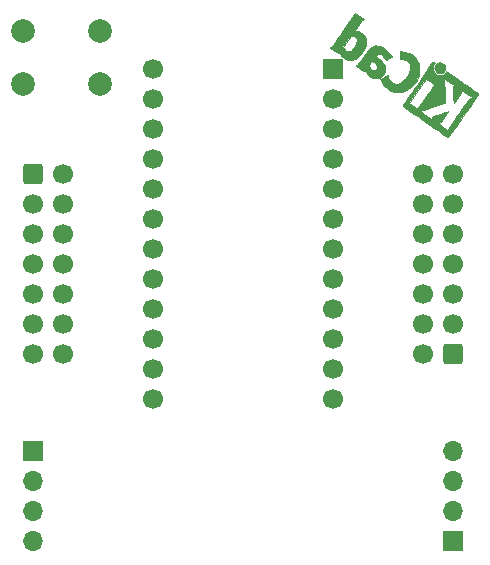
<source format=gbs>
%TF.GenerationSoftware,KiCad,Pcbnew,(6.0.6-1)-1*%
%TF.CreationDate,2022-07-19T11:26:52+08:00*%
%TF.ProjectId,Control,436f6e74-726f-46c2-9e6b-696361645f70,V3.2.2*%
%TF.SameCoordinates,PX7df6180PY32de760*%
%TF.FileFunction,Soldermask,Bot*%
%TF.FilePolarity,Negative*%
%FSLAX46Y46*%
G04 Gerber Fmt 4.6, Leading zero omitted, Abs format (unit mm)*
G04 Created by KiCad (PCBNEW (6.0.6-1)-1) date 2022-07-19 11:26:52*
%MOMM*%
%LPD*%
G01*
G04 APERTURE LIST*
G04 Aperture macros list*
%AMRoundRect*
0 Rectangle with rounded corners*
0 $1 Rounding radius*
0 $2 $3 $4 $5 $6 $7 $8 $9 X,Y pos of 4 corners*
0 Add a 4 corners polygon primitive as box body*
4,1,4,$2,$3,$4,$5,$6,$7,$8,$9,$2,$3,0*
0 Add four circle primitives for the rounded corners*
1,1,$1+$1,$2,$3*
1,1,$1+$1,$4,$5*
1,1,$1+$1,$6,$7*
1,1,$1+$1,$8,$9*
0 Add four rect primitives between the rounded corners*
20,1,$1+$1,$2,$3,$4,$5,0*
20,1,$1+$1,$4,$5,$6,$7,0*
20,1,$1+$1,$6,$7,$8,$9,0*
20,1,$1+$1,$8,$9,$2,$3,0*%
G04 Aperture macros list end*
%ADD10C,0.010000*%
%ADD11RoundRect,0.250000X-0.600000X-0.600000X0.600000X-0.600000X0.600000X0.600000X-0.600000X0.600000X0*%
%ADD12C,1.700000*%
%ADD13RoundRect,0.250000X0.600000X0.600000X-0.600000X0.600000X-0.600000X-0.600000X0.600000X-0.600000X0*%
%ADD14C,2.000000*%
%ADD15R,1.700000X1.700000*%
%ADD16O,1.700000X1.700000*%
G04 APERTURE END LIST*
%TO.C,REF\u002A\u002A*%
G36*
X19543760Y-432368D02*
G01*
X19523914Y-459850D01*
X19478015Y-519073D01*
X19436106Y-565659D01*
X19393547Y-604934D01*
X19284874Y-682770D01*
X19167605Y-740562D01*
X19044073Y-777227D01*
X18915495Y-792616D01*
X18783088Y-786589D01*
X18648070Y-759000D01*
X18511656Y-709703D01*
X18478702Y-693603D01*
X18410574Y-653178D01*
X18338041Y-602796D01*
X18267369Y-547223D01*
X18204822Y-491228D01*
X18156667Y-439579D01*
X18103179Y-365223D01*
X18044523Y-257385D01*
X18003520Y-146255D01*
X17981904Y-68876D01*
X17924131Y-145698D01*
X17866357Y-222520D01*
X17519943Y20041D01*
X17511011Y26300D01*
X17433787Y80746D01*
X17363184Y131115D01*
X17301192Y175945D01*
X17249801Y213772D01*
X17210999Y243132D01*
X17186780Y262564D01*
X17179131Y270604D01*
X17179412Y270968D01*
X17194097Y279672D01*
X17220156Y289307D01*
X17226794Y291291D01*
X17243888Y296451D01*
X17259396Y301976D01*
X17274368Y309149D01*
X17289859Y319258D01*
X17306921Y333585D01*
X17308640Y335317D01*
X18313157Y335317D01*
X18317335Y263404D01*
X18319028Y243615D01*
X18332927Y181839D01*
X18362059Y117702D01*
X18367807Y107357D01*
X18389882Y71274D01*
X18412736Y42864D01*
X18442420Y15467D01*
X18484984Y-17575D01*
X18499584Y-28293D01*
X18562949Y-69190D01*
X18619534Y-94260D01*
X18674845Y-105420D01*
X18734380Y-104593D01*
X18741054Y-103879D01*
X18812670Y-86103D01*
X18872369Y-49987D01*
X18923029Y6161D01*
X18958167Y68952D01*
X18974077Y134779D01*
X18970789Y207748D01*
X18952722Y277714D01*
X18916250Y351896D01*
X18861237Y424230D01*
X18786407Y496362D01*
X18690487Y569940D01*
X18683198Y575025D01*
X18637403Y606118D01*
X18597914Y631531D01*
X18568736Y648759D01*
X18553877Y655302D01*
X18546821Y652348D01*
X18530545Y636724D01*
X18505680Y606387D01*
X18471056Y559885D01*
X18425507Y495769D01*
X18313157Y335317D01*
X17308640Y335317D01*
X17326607Y353416D01*
X17349969Y380036D01*
X17378062Y414729D01*
X17411936Y458780D01*
X17452644Y513475D01*
X17501240Y580098D01*
X17558777Y659933D01*
X17626307Y754267D01*
X17704883Y864383D01*
X17795556Y991566D01*
X17878469Y1107794D01*
X17962844Y1225812D01*
X18036315Y1328081D01*
X18100039Y1416026D01*
X18155175Y1491076D01*
X18202879Y1554655D01*
X18244309Y1608192D01*
X18280620Y1653113D01*
X18312972Y1690844D01*
X18342521Y1722812D01*
X18370424Y1750445D01*
X18397838Y1775168D01*
X18425921Y1798408D01*
X18455830Y1821593D01*
X18488723Y1846148D01*
X18526102Y1872553D01*
X18614142Y1923487D01*
X18703920Y1958008D01*
X18802833Y1979249D01*
X18902863Y1986800D01*
X19023905Y1977343D01*
X19149037Y1947739D01*
X19279131Y1897707D01*
X19415055Y1826965D01*
X19557679Y1735233D01*
X19604977Y1701629D01*
X19657463Y1662378D01*
X19705167Y1623642D01*
X19751261Y1582416D01*
X19798919Y1535698D01*
X19851312Y1480483D01*
X19911615Y1413768D01*
X19982999Y1332547D01*
X20002367Y1310412D01*
X20053707Y1252543D01*
X20102119Y1199058D01*
X20144658Y1153148D01*
X20178385Y1118001D01*
X20200359Y1096807D01*
X20221408Y1077577D01*
X20239906Y1058182D01*
X20245370Y1048552D01*
X20237755Y1043094D01*
X20213289Y1026909D01*
X20174524Y1001761D01*
X20124054Y969325D01*
X20064473Y931270D01*
X19998372Y889272D01*
X19983911Y880121D01*
X19900335Y828034D01*
X19834830Y788773D01*
X19787079Y762160D01*
X19756768Y748020D01*
X19743579Y746173D01*
X19738456Y752259D01*
X19722402Y775274D01*
X19699850Y810073D01*
X19673971Y851846D01*
X19618333Y937195D01*
X19529799Y1049280D01*
X19428578Y1150881D01*
X19399765Y1175940D01*
X19316425Y1236937D01*
X19237514Y1276107D01*
X19161970Y1293438D01*
X19088734Y1288917D01*
X19016745Y1262530D01*
X18944942Y1214266D01*
X18872267Y1144110D01*
X18832360Y1100053D01*
X18968858Y1012752D01*
X19073465Y941497D01*
X19193871Y849399D01*
X19307105Y752309D01*
X19405980Y656090D01*
X19450383Y606762D01*
X19534094Y495751D01*
X19601790Y379256D01*
X19652442Y259949D01*
X19685023Y140508D01*
X19698507Y23606D01*
X19691865Y-88079D01*
X19681482Y-144742D01*
X19661916Y-217382D01*
X19634373Y-285042D01*
X19595953Y-354459D01*
X19545534Y-429721D01*
X19543760Y-432368D01*
G37*
D10*
X19543760Y-432368D02*
X19523914Y-459850D01*
X19478015Y-519073D01*
X19436106Y-565659D01*
X19393547Y-604934D01*
X19284874Y-682770D01*
X19167605Y-740562D01*
X19044073Y-777227D01*
X18915495Y-792616D01*
X18783088Y-786589D01*
X18648070Y-759000D01*
X18511656Y-709703D01*
X18478702Y-693603D01*
X18410574Y-653178D01*
X18338041Y-602796D01*
X18267369Y-547223D01*
X18204822Y-491228D01*
X18156667Y-439579D01*
X18103179Y-365223D01*
X18044523Y-257385D01*
X18003520Y-146255D01*
X17981904Y-68876D01*
X17924131Y-145698D01*
X17866357Y-222520D01*
X17519943Y20041D01*
X17511011Y26300D01*
X17433787Y80746D01*
X17363184Y131115D01*
X17301192Y175945D01*
X17249801Y213772D01*
X17210999Y243132D01*
X17186780Y262564D01*
X17179131Y270604D01*
X17179412Y270968D01*
X17194097Y279672D01*
X17220156Y289307D01*
X17226794Y291291D01*
X17243888Y296451D01*
X17259396Y301976D01*
X17274368Y309149D01*
X17289859Y319258D01*
X17306921Y333585D01*
X17308640Y335317D01*
X18313157Y335317D01*
X18317335Y263404D01*
X18319028Y243615D01*
X18332927Y181839D01*
X18362059Y117702D01*
X18367807Y107357D01*
X18389882Y71274D01*
X18412736Y42864D01*
X18442420Y15467D01*
X18484984Y-17575D01*
X18499584Y-28293D01*
X18562949Y-69190D01*
X18619534Y-94260D01*
X18674845Y-105420D01*
X18734380Y-104593D01*
X18741054Y-103879D01*
X18812670Y-86103D01*
X18872369Y-49987D01*
X18923029Y6161D01*
X18958167Y68952D01*
X18974077Y134779D01*
X18970789Y207748D01*
X18952722Y277714D01*
X18916250Y351896D01*
X18861237Y424230D01*
X18786407Y496362D01*
X18690487Y569940D01*
X18683198Y575025D01*
X18637403Y606118D01*
X18597914Y631531D01*
X18568736Y648759D01*
X18553877Y655302D01*
X18546821Y652348D01*
X18530545Y636724D01*
X18505680Y606387D01*
X18471056Y559885D01*
X18425507Y495769D01*
X18313157Y335317D01*
X17308640Y335317D01*
X17326607Y353416D01*
X17349969Y380036D01*
X17378062Y414729D01*
X17411936Y458780D01*
X17452644Y513475D01*
X17501240Y580098D01*
X17558777Y659933D01*
X17626307Y754267D01*
X17704883Y864383D01*
X17795556Y991566D01*
X17878469Y1107794D01*
X17962844Y1225812D01*
X18036315Y1328081D01*
X18100039Y1416026D01*
X18155175Y1491076D01*
X18202879Y1554655D01*
X18244309Y1608192D01*
X18280620Y1653113D01*
X18312972Y1690844D01*
X18342521Y1722812D01*
X18370424Y1750445D01*
X18397838Y1775168D01*
X18425921Y1798408D01*
X18455830Y1821593D01*
X18488723Y1846148D01*
X18526102Y1872553D01*
X18614142Y1923487D01*
X18703920Y1958008D01*
X18802833Y1979249D01*
X18902863Y1986800D01*
X19023905Y1977343D01*
X19149037Y1947739D01*
X19279131Y1897707D01*
X19415055Y1826965D01*
X19557679Y1735233D01*
X19604977Y1701629D01*
X19657463Y1662378D01*
X19705167Y1623642D01*
X19751261Y1582416D01*
X19798919Y1535698D01*
X19851312Y1480483D01*
X19911615Y1413768D01*
X19982999Y1332547D01*
X20002367Y1310412D01*
X20053707Y1252543D01*
X20102119Y1199058D01*
X20144658Y1153148D01*
X20178385Y1118001D01*
X20200359Y1096807D01*
X20221408Y1077577D01*
X20239906Y1058182D01*
X20245370Y1048552D01*
X20237755Y1043094D01*
X20213289Y1026909D01*
X20174524Y1001761D01*
X20124054Y969325D01*
X20064473Y931270D01*
X19998372Y889272D01*
X19983911Y880121D01*
X19900335Y828034D01*
X19834830Y788773D01*
X19787079Y762160D01*
X19756768Y748020D01*
X19743579Y746173D01*
X19738456Y752259D01*
X19722402Y775274D01*
X19699850Y810073D01*
X19673971Y851846D01*
X19618333Y937195D01*
X19529799Y1049280D01*
X19428578Y1150881D01*
X19399765Y1175940D01*
X19316425Y1236937D01*
X19237514Y1276107D01*
X19161970Y1293438D01*
X19088734Y1288917D01*
X19016745Y1262530D01*
X18944942Y1214266D01*
X18872267Y1144110D01*
X18832360Y1100053D01*
X18968858Y1012752D01*
X19073465Y941497D01*
X19193871Y849399D01*
X19307105Y752309D01*
X19405980Y656090D01*
X19450383Y606762D01*
X19534094Y495751D01*
X19601790Y379256D01*
X19652442Y259949D01*
X19685023Y140508D01*
X19698507Y23606D01*
X19691865Y-88079D01*
X19681482Y-144742D01*
X19661916Y-217382D01*
X19634373Y-285042D01*
X19595953Y-354459D01*
X19545534Y-429721D01*
X19543760Y-432368D01*
G36*
X24429690Y532293D02*
G01*
X24522457Y496927D01*
X24609846Y440613D01*
X24667547Y387668D01*
X24719729Y317921D01*
X24755184Y237634D01*
X24776323Y142484D01*
X24782510Y84114D01*
X24781299Y13675D01*
X24767161Y-50434D01*
X24738413Y-114879D01*
X24693376Y-186324D01*
X24666714Y-223915D01*
X24641306Y-256350D01*
X24618316Y-279478D01*
X24592355Y-298583D01*
X24558031Y-318945D01*
X24530982Y-333257D01*
X24433876Y-369885D01*
X24335175Y-385237D01*
X24237312Y-379123D01*
X24142717Y-351352D01*
X24111605Y-338082D01*
X24074510Y-320494D01*
X24046464Y-303083D01*
X24020070Y-280974D01*
X23987934Y-249291D01*
X23953065Y-209708D01*
X23900665Y-126762D01*
X23867010Y-36938D01*
X23852137Y56569D01*
X23856077Y150568D01*
X23878864Y241866D01*
X23920532Y327270D01*
X23981113Y403590D01*
X24057867Y467418D01*
X24145636Y514277D01*
X24238629Y540812D01*
X24334198Y546870D01*
X24429690Y532293D01*
G37*
X24429690Y532293D02*
X24522457Y496927D01*
X24609846Y440613D01*
X24667547Y387668D01*
X24719729Y317921D01*
X24755184Y237634D01*
X24776323Y142484D01*
X24782510Y84114D01*
X24781299Y13675D01*
X24767161Y-50434D01*
X24738413Y-114879D01*
X24693376Y-186324D01*
X24666714Y-223915D01*
X24641306Y-256350D01*
X24618316Y-279478D01*
X24592355Y-298583D01*
X24558031Y-318945D01*
X24530982Y-333257D01*
X24433876Y-369885D01*
X24335175Y-385237D01*
X24237312Y-379123D01*
X24142717Y-351352D01*
X24111605Y-338082D01*
X24074510Y-320494D01*
X24046464Y-303083D01*
X24020070Y-280974D01*
X23987934Y-249291D01*
X23953065Y-209708D01*
X23900665Y-126762D01*
X23867010Y-36938D01*
X23852137Y56569D01*
X23856077Y150568D01*
X23878864Y241866D01*
X23920532Y327270D01*
X23981113Y403590D01*
X24057867Y467418D01*
X24145636Y514277D01*
X24238629Y540812D01*
X24334198Y546870D01*
X24429690Y532293D01*
G36*
X20982343Y1495720D02*
G01*
X20991644Y1492317D01*
X21020944Y1485396D01*
X21065634Y1476624D01*
X21121668Y1466781D01*
X21185005Y1456646D01*
X21197414Y1454725D01*
X21388467Y1417714D01*
X21561691Y1369062D01*
X21719007Y1307910D01*
X21862331Y1233402D01*
X21993584Y1144678D01*
X22114682Y1040880D01*
X22182926Y971744D01*
X22291670Y840615D01*
X22381657Y700585D01*
X22454006Y549506D01*
X22509836Y385233D01*
X22550267Y205617D01*
X22560238Y143381D01*
X22576387Y-29318D01*
X22573609Y-195800D01*
X22551634Y-360987D01*
X22510196Y-529802D01*
X22506676Y-541484D01*
X22441019Y-722576D01*
X22355877Y-902388D01*
X22253656Y-1077465D01*
X22136758Y-1244354D01*
X22007594Y-1399600D01*
X21868565Y-1539750D01*
X21722080Y-1661348D01*
X21618878Y-1732278D01*
X21461679Y-1821068D01*
X21296790Y-1893507D01*
X21127800Y-1948291D01*
X20958295Y-1984113D01*
X20791867Y-1999669D01*
X20698163Y-1998366D01*
X20554290Y-1982628D01*
X20407992Y-1951870D01*
X20266181Y-1907653D01*
X20135768Y-1851538D01*
X20123248Y-1844827D01*
X20085752Y-1822635D01*
X20037078Y-1792022D01*
X19982138Y-1756113D01*
X19925844Y-1718033D01*
X19823320Y-1643403D01*
X19709786Y-1548030D01*
X19611171Y-1448456D01*
X19523287Y-1340756D01*
X19508911Y-1320399D01*
X19480806Y-1276938D01*
X19448849Y-1224122D01*
X19414749Y-1165146D01*
X19380215Y-1103204D01*
X19346959Y-1041495D01*
X19316692Y-983213D01*
X19291122Y-931553D01*
X19271962Y-889712D01*
X19260921Y-860885D01*
X19259709Y-848269D01*
X19262673Y-846566D01*
X19283243Y-836670D01*
X19320803Y-819439D01*
X19372749Y-796041D01*
X19436477Y-767646D01*
X19509383Y-735422D01*
X19588862Y-700539D01*
X19907851Y-561007D01*
X19920424Y-624173D01*
X19950375Y-740763D01*
X20000666Y-867015D01*
X20066159Y-978838D01*
X20145993Y-1074800D01*
X20239304Y-1153468D01*
X20274042Y-1176153D01*
X20380760Y-1228591D01*
X20493241Y-1259747D01*
X20610065Y-1269587D01*
X20729814Y-1258078D01*
X20851068Y-1225185D01*
X20972410Y-1170876D01*
X21005394Y-1152155D01*
X21113963Y-1077430D01*
X21222073Y-984269D01*
X21327475Y-875741D01*
X21427919Y-754915D01*
X21521156Y-624855D01*
X21604936Y-488632D01*
X21677010Y-349312D01*
X21735128Y-209962D01*
X21777040Y-73651D01*
X21796056Y18742D01*
X21808014Y148790D01*
X21799937Y268732D01*
X21771708Y378971D01*
X21723209Y479908D01*
X21654324Y571946D01*
X21564937Y655485D01*
X21508758Y696251D01*
X21399929Y755045D01*
X21285182Y792543D01*
X21165969Y808335D01*
X21043750Y802012D01*
X21022550Y799184D01*
X20982297Y794993D01*
X20954144Y793737D01*
X20943189Y795732D01*
X20942820Y798665D01*
X20941797Y822424D01*
X20941382Y863396D01*
X20941505Y918265D01*
X20942098Y983717D01*
X20943097Y1056435D01*
X20944432Y1133101D01*
X20946036Y1210403D01*
X20947842Y1285023D01*
X20949782Y1353644D01*
X20951789Y1412953D01*
X20953796Y1459633D01*
X20955735Y1490367D01*
X20957539Y1501840D01*
X20963729Y1502640D01*
X20982343Y1495720D01*
G37*
X20982343Y1495720D02*
X20991644Y1492317D01*
X21020944Y1485396D01*
X21065634Y1476624D01*
X21121668Y1466781D01*
X21185005Y1456646D01*
X21197414Y1454725D01*
X21388467Y1417714D01*
X21561691Y1369062D01*
X21719007Y1307910D01*
X21862331Y1233402D01*
X21993584Y1144678D01*
X22114682Y1040880D01*
X22182926Y971744D01*
X22291670Y840615D01*
X22381657Y700585D01*
X22454006Y549506D01*
X22509836Y385233D01*
X22550267Y205617D01*
X22560238Y143381D01*
X22576387Y-29318D01*
X22573609Y-195800D01*
X22551634Y-360987D01*
X22510196Y-529802D01*
X22506676Y-541484D01*
X22441019Y-722576D01*
X22355877Y-902388D01*
X22253656Y-1077465D01*
X22136758Y-1244354D01*
X22007594Y-1399600D01*
X21868565Y-1539750D01*
X21722080Y-1661348D01*
X21618878Y-1732278D01*
X21461679Y-1821068D01*
X21296790Y-1893507D01*
X21127800Y-1948291D01*
X20958295Y-1984113D01*
X20791867Y-1999669D01*
X20698163Y-1998366D01*
X20554290Y-1982628D01*
X20407992Y-1951870D01*
X20266181Y-1907653D01*
X20135768Y-1851538D01*
X20123248Y-1844827D01*
X20085752Y-1822635D01*
X20037078Y-1792022D01*
X19982138Y-1756113D01*
X19925844Y-1718033D01*
X19823320Y-1643403D01*
X19709786Y-1548030D01*
X19611171Y-1448456D01*
X19523287Y-1340756D01*
X19508911Y-1320399D01*
X19480806Y-1276938D01*
X19448849Y-1224122D01*
X19414749Y-1165146D01*
X19380215Y-1103204D01*
X19346959Y-1041495D01*
X19316692Y-983213D01*
X19291122Y-931553D01*
X19271962Y-889712D01*
X19260921Y-860885D01*
X19259709Y-848269D01*
X19262673Y-846566D01*
X19283243Y-836670D01*
X19320803Y-819439D01*
X19372749Y-796041D01*
X19436477Y-767646D01*
X19509383Y-735422D01*
X19588862Y-700539D01*
X19907851Y-561007D01*
X19920424Y-624173D01*
X19950375Y-740763D01*
X20000666Y-867015D01*
X20066159Y-978838D01*
X20145993Y-1074800D01*
X20239304Y-1153468D01*
X20274042Y-1176153D01*
X20380760Y-1228591D01*
X20493241Y-1259747D01*
X20610065Y-1269587D01*
X20729814Y-1258078D01*
X20851068Y-1225185D01*
X20972410Y-1170876D01*
X21005394Y-1152155D01*
X21113963Y-1077430D01*
X21222073Y-984269D01*
X21327475Y-875741D01*
X21427919Y-754915D01*
X21521156Y-624855D01*
X21604936Y-488632D01*
X21677010Y-349312D01*
X21735128Y-209962D01*
X21777040Y-73651D01*
X21796056Y18742D01*
X21808014Y148790D01*
X21799937Y268732D01*
X21771708Y378971D01*
X21723209Y479908D01*
X21654324Y571946D01*
X21564937Y655485D01*
X21508758Y696251D01*
X21399929Y755045D01*
X21285182Y792543D01*
X21165969Y808335D01*
X21043750Y802012D01*
X21022550Y799184D01*
X20982297Y794993D01*
X20954144Y793737D01*
X20943189Y795732D01*
X20942820Y798665D01*
X20941797Y822424D01*
X20941382Y863396D01*
X20941505Y918265D01*
X20942098Y983717D01*
X20943097Y1056435D01*
X20944432Y1133101D01*
X20946036Y1210403D01*
X20947842Y1285023D01*
X20949782Y1353644D01*
X20951789Y1412953D01*
X20953796Y1459633D01*
X20955735Y1490367D01*
X20957539Y1501840D01*
X20963729Y1502640D01*
X20982343Y1495720D01*
G36*
X27178714Y-2687815D02*
G01*
X27103814Y-2795558D01*
X27019629Y-2916315D01*
X26925638Y-3050872D01*
X26821323Y-3200014D01*
X26706165Y-3364527D01*
X26579645Y-3545199D01*
X26441243Y-3742814D01*
X26290440Y-3958158D01*
X26266263Y-3992686D01*
X26116793Y-4206194D01*
X25979667Y-4402099D01*
X25854322Y-4581149D01*
X25740201Y-4744095D01*
X25636742Y-4891685D01*
X25543386Y-5024667D01*
X25459569Y-5143790D01*
X25384735Y-5249803D01*
X25318321Y-5343456D01*
X25259769Y-5425496D01*
X25208517Y-5496670D01*
X25164005Y-5557731D01*
X25125673Y-5609426D01*
X25092960Y-5652503D01*
X25065308Y-5687711D01*
X25042154Y-5715799D01*
X25022938Y-5737516D01*
X25007101Y-5753611D01*
X24994083Y-5764832D01*
X24983322Y-5771928D01*
X24974259Y-5775649D01*
X24966333Y-5776741D01*
X24958983Y-5775956D01*
X24951651Y-5774040D01*
X24943775Y-5771743D01*
X24934795Y-5769814D01*
X24930269Y-5768681D01*
X24922168Y-5765409D01*
X24910731Y-5759598D01*
X24895200Y-5750730D01*
X24874819Y-5738281D01*
X24848828Y-5721730D01*
X24816473Y-5700556D01*
X24776993Y-5674238D01*
X24729635Y-5642254D01*
X24673638Y-5604083D01*
X24608247Y-5559201D01*
X24532703Y-5507091D01*
X24446249Y-5447227D01*
X24348129Y-5379091D01*
X24237584Y-5302159D01*
X24113858Y-5215911D01*
X23976192Y-5119825D01*
X23823831Y-5013381D01*
X23656015Y-4896055D01*
X23471989Y-4767327D01*
X23270994Y-4626675D01*
X23052274Y-4473578D01*
X23020830Y-4451566D01*
X22803403Y-4299375D01*
X22603609Y-4159533D01*
X22420706Y-4031491D01*
X22253951Y-3914698D01*
X22102602Y-3808608D01*
X21965916Y-3712671D01*
X21843149Y-3626338D01*
X21733561Y-3549060D01*
X21726707Y-3544208D01*
X22629900Y-3544208D01*
X23575561Y-4206367D01*
X23618749Y-4143584D01*
X23643778Y-4109788D01*
X23669020Y-4083727D01*
X23700875Y-4060177D01*
X23746276Y-4033132D01*
X23752746Y-4029508D01*
X23801965Y-4003497D01*
X23851451Y-3979562D01*
X23891394Y-3962480D01*
X23898939Y-3959668D01*
X23934905Y-3946713D01*
X23987039Y-3928357D01*
X24052842Y-3905450D01*
X24129811Y-3878843D01*
X24215446Y-3849387D01*
X24307247Y-3817933D01*
X24402712Y-3785329D01*
X24499340Y-3752429D01*
X24594630Y-3720081D01*
X24686082Y-3689137D01*
X24771195Y-3660449D01*
X24847467Y-3634865D01*
X24912398Y-3613237D01*
X24963487Y-3596415D01*
X24998232Y-3585251D01*
X25014133Y-3580595D01*
X25020273Y-3579625D01*
X25024876Y-3580359D01*
X25026168Y-3584455D01*
X25023168Y-3593415D01*
X25014897Y-3608741D01*
X25000374Y-3631935D01*
X24978620Y-3664497D01*
X24948653Y-3707932D01*
X24909495Y-3763738D01*
X24860163Y-3833419D01*
X24799680Y-3918477D01*
X24727063Y-4020411D01*
X24701115Y-4056811D01*
X24630725Y-4155353D01*
X24571645Y-4237641D01*
X24522615Y-4305334D01*
X24482368Y-4360095D01*
X24449643Y-4403585D01*
X24423175Y-4437463D01*
X24401701Y-4463393D01*
X24383958Y-4483033D01*
X24368682Y-4498048D01*
X24354610Y-4510096D01*
X24332686Y-4526990D01*
X24277784Y-4564237D01*
X24226284Y-4592635D01*
X24184419Y-4608577D01*
X24182619Y-4609062D01*
X24178346Y-4611379D01*
X24178049Y-4615569D01*
X24183184Y-4622735D01*
X24195203Y-4633981D01*
X24215562Y-4650411D01*
X24245713Y-4673130D01*
X24287115Y-4703242D01*
X24341219Y-4741849D01*
X24409480Y-4790057D01*
X24493354Y-4848969D01*
X24594293Y-4919690D01*
X25029725Y-5224583D01*
X25031012Y-5155147D01*
X25031121Y-5144371D01*
X25031059Y-5126230D01*
X25031189Y-5109661D01*
X25032145Y-5093658D01*
X25034562Y-5077218D01*
X25039077Y-5059332D01*
X25046325Y-5038996D01*
X25056939Y-5015207D01*
X25071557Y-4986957D01*
X25090812Y-4953243D01*
X25115340Y-4913058D01*
X25145777Y-4865398D01*
X25182757Y-4809257D01*
X25226916Y-4743630D01*
X25278888Y-4667512D01*
X25339311Y-4579898D01*
X25408817Y-4479783D01*
X25488044Y-4366161D01*
X25577624Y-4238027D01*
X25678194Y-4094376D01*
X25790391Y-3934202D01*
X25914847Y-3756502D01*
X25985172Y-3656052D01*
X26102763Y-3488051D01*
X26208477Y-3337046D01*
X26303043Y-3202100D01*
X26387185Y-3082274D01*
X26461631Y-2976626D01*
X26527110Y-2884220D01*
X26584346Y-2804115D01*
X26634069Y-2735372D01*
X26677004Y-2677052D01*
X26713879Y-2628215D01*
X26745420Y-2587923D01*
X26772356Y-2555236D01*
X26795412Y-2529214D01*
X26815315Y-2508919D01*
X26832793Y-2493411D01*
X26848573Y-2481752D01*
X26863382Y-2473000D01*
X26877947Y-2466219D01*
X26892995Y-2460467D01*
X26909252Y-2454806D01*
X26927447Y-2448297D01*
X26993219Y-2423737D01*
X26125014Y-1815813D01*
X26119947Y-1889295D01*
X26117612Y-1918227D01*
X26113701Y-1949158D01*
X26107484Y-1979126D01*
X26097903Y-2010079D01*
X26083895Y-2043966D01*
X26064399Y-2082734D01*
X26038356Y-2128333D01*
X26004704Y-2182711D01*
X25962383Y-2247816D01*
X25910332Y-2325597D01*
X25847491Y-2418003D01*
X25772797Y-2526981D01*
X25704719Y-2625791D01*
X25638157Y-2721562D01*
X25583191Y-2799619D01*
X25539987Y-2859735D01*
X25508708Y-2901679D01*
X25489519Y-2925224D01*
X25482584Y-2930144D01*
X25481970Y-2925687D01*
X25479401Y-2897703D01*
X25475994Y-2850736D01*
X25471887Y-2787497D01*
X25467226Y-2710699D01*
X25462149Y-2623057D01*
X25456798Y-2527284D01*
X25451316Y-2426092D01*
X25445845Y-2322197D01*
X25440524Y-2218309D01*
X25435497Y-2117144D01*
X25430904Y-2021415D01*
X25426888Y-1933834D01*
X25423589Y-1857115D01*
X25421149Y-1793972D01*
X25419711Y-1747117D01*
X25419414Y-1719265D01*
X25423760Y-1634067D01*
X25436757Y-1545812D01*
X25458281Y-1477535D01*
X25488467Y-1428667D01*
X25520318Y-1392400D01*
X24593091Y-743454D01*
X24607902Y-791186D01*
X24611361Y-802602D01*
X24631741Y-883220D01*
X24649210Y-978246D01*
X24664201Y-1090381D01*
X24677150Y-1222334D01*
X24679355Y-1249110D01*
X24684333Y-1313100D01*
X24690150Y-1391538D01*
X24696664Y-1482252D01*
X24703732Y-1583064D01*
X24711217Y-1691802D01*
X24718973Y-1806289D01*
X24726863Y-1924350D01*
X24728466Y-1948643D01*
X24734743Y-2043812D01*
X24742473Y-2162498D01*
X24749912Y-2278236D01*
X24756917Y-2388848D01*
X24763349Y-2492161D01*
X24769066Y-2585999D01*
X24773926Y-2668188D01*
X24777790Y-2736553D01*
X24780514Y-2788919D01*
X24781959Y-2823111D01*
X24781982Y-2836954D01*
X24778189Y-2839306D01*
X24755843Y-2848762D01*
X24715122Y-2864474D01*
X24657918Y-2885779D01*
X24586126Y-2912014D01*
X24501641Y-2942515D01*
X24406356Y-2976621D01*
X24302164Y-3013668D01*
X24190961Y-3052990D01*
X24074640Y-3093929D01*
X23955094Y-3135819D01*
X23834218Y-3177998D01*
X23713907Y-3219801D01*
X23596053Y-3260566D01*
X23482552Y-3299631D01*
X23375296Y-3336332D01*
X23276181Y-3370006D01*
X23187099Y-3399989D01*
X23109946Y-3425620D01*
X23046613Y-3446234D01*
X22998998Y-3461169D01*
X22967725Y-3470222D01*
X22898880Y-3488266D01*
X22825291Y-3505688D01*
X22758339Y-3519717D01*
X22629900Y-3544208D01*
X21726707Y-3544208D01*
X21636407Y-3480288D01*
X21550945Y-3419476D01*
X21476433Y-3366070D01*
X21412127Y-3319525D01*
X21357286Y-3279292D01*
X21311167Y-3244820D01*
X21273026Y-3215563D01*
X21242121Y-3190970D01*
X21217710Y-3170493D01*
X21199050Y-3153583D01*
X21185399Y-3139692D01*
X21176013Y-3128268D01*
X21170150Y-3118767D01*
X21167067Y-3110637D01*
X21166022Y-3103330D01*
X21166271Y-3096297D01*
X21167074Y-3088989D01*
X21167686Y-3080857D01*
X21167860Y-3078720D01*
X21169207Y-3072940D01*
X21172314Y-3064969D01*
X21177717Y-3054031D01*
X21185948Y-3039351D01*
X21197541Y-3020153D01*
X21213028Y-2995659D01*
X21232945Y-2965096D01*
X21257823Y-2927687D01*
X21288196Y-2882654D01*
X21307750Y-2853953D01*
X21661387Y-2853953D01*
X21663838Y-2857222D01*
X21681729Y-2872223D01*
X21715371Y-2898019D01*
X21762994Y-2933320D01*
X21822833Y-2976833D01*
X21893119Y-3027267D01*
X21972084Y-3083331D01*
X22057963Y-3143733D01*
X22114441Y-3183217D01*
X22195072Y-3239360D01*
X22268583Y-3290279D01*
X22333085Y-3334678D01*
X22386684Y-3371263D01*
X22427493Y-3398739D01*
X22453619Y-3415810D01*
X22463171Y-3421184D01*
X22464044Y-3417864D01*
X22465819Y-3397640D01*
X22466864Y-3366273D01*
X22467052Y-3351185D01*
X22467576Y-3334377D01*
X22469130Y-3318043D01*
X22472460Y-3300999D01*
X22478313Y-3282061D01*
X22487436Y-3260044D01*
X22500575Y-3233765D01*
X22518478Y-3202039D01*
X22541892Y-3163680D01*
X22571563Y-3117507D01*
X22608237Y-3062333D01*
X22652664Y-2996976D01*
X22705590Y-2920251D01*
X22767760Y-2830972D01*
X22839922Y-2727957D01*
X22922824Y-2610021D01*
X23017210Y-2475979D01*
X23123831Y-2324649D01*
X23226856Y-2178444D01*
X23318405Y-2048617D01*
X23398611Y-1935020D01*
X23468301Y-1836530D01*
X23528297Y-1752022D01*
X23579424Y-1680372D01*
X23622503Y-1620458D01*
X23658360Y-1571154D01*
X23687818Y-1531338D01*
X23711701Y-1499885D01*
X23730834Y-1475671D01*
X23746038Y-1457572D01*
X23758138Y-1444464D01*
X23767958Y-1435224D01*
X23776323Y-1428728D01*
X23784054Y-1423852D01*
X23791914Y-1419424D01*
X23829134Y-1400522D01*
X23861818Y-1386598D01*
X23863526Y-1385984D01*
X23888026Y-1375978D01*
X23900298Y-1368754D01*
X23899733Y-1367805D01*
X23886474Y-1356756D01*
X23857212Y-1334651D01*
X23813896Y-1302900D01*
X23758477Y-1262912D01*
X23692904Y-1216099D01*
X23619126Y-1163867D01*
X23539093Y-1107627D01*
X23174032Y-852008D01*
X22496490Y-1814277D01*
X21818948Y-2776545D01*
X21763338Y-2809524D01*
X21739484Y-2822805D01*
X21708012Y-2837697D01*
X21687399Y-2844171D01*
X21676241Y-2846162D01*
X21661387Y-2853953D01*
X21307750Y-2853953D01*
X21324598Y-2829224D01*
X21367562Y-2766619D01*
X21417621Y-2694064D01*
X21475309Y-2610782D01*
X21541159Y-2515999D01*
X21615704Y-2408937D01*
X21699478Y-2288821D01*
X21793015Y-2154876D01*
X21896848Y-2006324D01*
X22011509Y-1842391D01*
X22137532Y-1662299D01*
X22275452Y-1465272D01*
X22425801Y-1250537D01*
X23682834Y544693D01*
X23736290Y554118D01*
X23772109Y558016D01*
X23800911Y552254D01*
X23832283Y533759D01*
X23874821Y503973D01*
X23824381Y431938D01*
X23797350Y389954D01*
X23749392Y288735D01*
X23721518Y184388D01*
X23712767Y79223D01*
X23722184Y-24447D01*
X23748811Y-124313D01*
X23791689Y-218062D01*
X23849863Y-303383D01*
X23922373Y-377965D01*
X24008263Y-439496D01*
X24106574Y-485667D01*
X24216349Y-514164D01*
X24328988Y-522391D01*
X24441598Y-509888D01*
X24548406Y-477164D01*
X24646887Y-425265D01*
X24734516Y-355241D01*
X24808769Y-268139D01*
X24864284Y-188856D01*
X26191599Y-1118252D01*
X26364551Y-1239370D01*
X26531730Y-1356491D01*
X26682123Y-1461919D01*
X26816621Y-1556294D01*
X26936112Y-1640252D01*
X27041486Y-1714431D01*
X27133636Y-1779470D01*
X27213447Y-1836006D01*
X27281809Y-1884677D01*
X27339614Y-1926122D01*
X27387750Y-1960978D01*
X27427106Y-1989883D01*
X27458574Y-2013475D01*
X27483040Y-2032393D01*
X27501397Y-2047273D01*
X27514532Y-2058754D01*
X27523335Y-2067475D01*
X27528698Y-2074071D01*
X27531507Y-2079183D01*
X27534371Y-2085545D01*
X27537894Y-2092325D01*
X27540959Y-2098756D01*
X27543045Y-2105625D01*
X27543632Y-2113714D01*
X27542202Y-2123814D01*
X27538235Y-2136708D01*
X27531213Y-2153183D01*
X27520617Y-2174026D01*
X27505925Y-2200021D01*
X27486621Y-2231955D01*
X27462185Y-2270615D01*
X27432098Y-2316785D01*
X27395839Y-2371252D01*
X27352891Y-2434803D01*
X27302733Y-2508223D01*
X27244847Y-2592298D01*
X27241289Y-2597437D01*
X27178714Y-2687815D01*
G37*
X27178714Y-2687815D02*
X27103814Y-2795558D01*
X27019629Y-2916315D01*
X26925638Y-3050872D01*
X26821323Y-3200014D01*
X26706165Y-3364527D01*
X26579645Y-3545199D01*
X26441243Y-3742814D01*
X26290440Y-3958158D01*
X26266263Y-3992686D01*
X26116793Y-4206194D01*
X25979667Y-4402099D01*
X25854322Y-4581149D01*
X25740201Y-4744095D01*
X25636742Y-4891685D01*
X25543386Y-5024667D01*
X25459569Y-5143790D01*
X25384735Y-5249803D01*
X25318321Y-5343456D01*
X25259769Y-5425496D01*
X25208517Y-5496670D01*
X25164005Y-5557731D01*
X25125673Y-5609426D01*
X25092960Y-5652503D01*
X25065308Y-5687711D01*
X25042154Y-5715799D01*
X25022938Y-5737516D01*
X25007101Y-5753611D01*
X24994083Y-5764832D01*
X24983322Y-5771928D01*
X24974259Y-5775649D01*
X24966333Y-5776741D01*
X24958983Y-5775956D01*
X24951651Y-5774040D01*
X24943775Y-5771743D01*
X24934795Y-5769814D01*
X24930269Y-5768681D01*
X24922168Y-5765409D01*
X24910731Y-5759598D01*
X24895200Y-5750730D01*
X24874819Y-5738281D01*
X24848828Y-5721730D01*
X24816473Y-5700556D01*
X24776993Y-5674238D01*
X24729635Y-5642254D01*
X24673638Y-5604083D01*
X24608247Y-5559201D01*
X24532703Y-5507091D01*
X24446249Y-5447227D01*
X24348129Y-5379091D01*
X24237584Y-5302159D01*
X24113858Y-5215911D01*
X23976192Y-5119825D01*
X23823831Y-5013381D01*
X23656015Y-4896055D01*
X23471989Y-4767327D01*
X23270994Y-4626675D01*
X23052274Y-4473578D01*
X23020830Y-4451566D01*
X22803403Y-4299375D01*
X22603609Y-4159533D01*
X22420706Y-4031491D01*
X22253951Y-3914698D01*
X22102602Y-3808608D01*
X21965916Y-3712671D01*
X21843149Y-3626338D01*
X21733561Y-3549060D01*
X21726707Y-3544208D01*
X22629900Y-3544208D01*
X23575561Y-4206367D01*
X23618749Y-4143584D01*
X23643778Y-4109788D01*
X23669020Y-4083727D01*
X23700875Y-4060177D01*
X23746276Y-4033132D01*
X23752746Y-4029508D01*
X23801965Y-4003497D01*
X23851451Y-3979562D01*
X23891394Y-3962480D01*
X23898939Y-3959668D01*
X23934905Y-3946713D01*
X23987039Y-3928357D01*
X24052842Y-3905450D01*
X24129811Y-3878843D01*
X24215446Y-3849387D01*
X24307247Y-3817933D01*
X24402712Y-3785329D01*
X24499340Y-3752429D01*
X24594630Y-3720081D01*
X24686082Y-3689137D01*
X24771195Y-3660449D01*
X24847467Y-3634865D01*
X24912398Y-3613237D01*
X24963487Y-3596415D01*
X24998232Y-3585251D01*
X25014133Y-3580595D01*
X25020273Y-3579625D01*
X25024876Y-3580359D01*
X25026168Y-3584455D01*
X25023168Y-3593415D01*
X25014897Y-3608741D01*
X25000374Y-3631935D01*
X24978620Y-3664497D01*
X24948653Y-3707932D01*
X24909495Y-3763738D01*
X24860163Y-3833419D01*
X24799680Y-3918477D01*
X24727063Y-4020411D01*
X24701115Y-4056811D01*
X24630725Y-4155353D01*
X24571645Y-4237641D01*
X24522615Y-4305334D01*
X24482368Y-4360095D01*
X24449643Y-4403585D01*
X24423175Y-4437463D01*
X24401701Y-4463393D01*
X24383958Y-4483033D01*
X24368682Y-4498048D01*
X24354610Y-4510096D01*
X24332686Y-4526990D01*
X24277784Y-4564237D01*
X24226284Y-4592635D01*
X24184419Y-4608577D01*
X24182619Y-4609062D01*
X24178346Y-4611379D01*
X24178049Y-4615569D01*
X24183184Y-4622735D01*
X24195203Y-4633981D01*
X24215562Y-4650411D01*
X24245713Y-4673130D01*
X24287115Y-4703242D01*
X24341219Y-4741849D01*
X24409480Y-4790057D01*
X24493354Y-4848969D01*
X24594293Y-4919690D01*
X25029725Y-5224583D01*
X25031012Y-5155147D01*
X25031121Y-5144371D01*
X25031059Y-5126230D01*
X25031189Y-5109661D01*
X25032145Y-5093658D01*
X25034562Y-5077218D01*
X25039077Y-5059332D01*
X25046325Y-5038996D01*
X25056939Y-5015207D01*
X25071557Y-4986957D01*
X25090812Y-4953243D01*
X25115340Y-4913058D01*
X25145777Y-4865398D01*
X25182757Y-4809257D01*
X25226916Y-4743630D01*
X25278888Y-4667512D01*
X25339311Y-4579898D01*
X25408817Y-4479783D01*
X25488044Y-4366161D01*
X25577624Y-4238027D01*
X25678194Y-4094376D01*
X25790391Y-3934202D01*
X25914847Y-3756502D01*
X25985172Y-3656052D01*
X26102763Y-3488051D01*
X26208477Y-3337046D01*
X26303043Y-3202100D01*
X26387185Y-3082274D01*
X26461631Y-2976626D01*
X26527110Y-2884220D01*
X26584346Y-2804115D01*
X26634069Y-2735372D01*
X26677004Y-2677052D01*
X26713879Y-2628215D01*
X26745420Y-2587923D01*
X26772356Y-2555236D01*
X26795412Y-2529214D01*
X26815315Y-2508919D01*
X26832793Y-2493411D01*
X26848573Y-2481752D01*
X26863382Y-2473000D01*
X26877947Y-2466219D01*
X26892995Y-2460467D01*
X26909252Y-2454806D01*
X26927447Y-2448297D01*
X26993219Y-2423737D01*
X26125014Y-1815813D01*
X26119947Y-1889295D01*
X26117612Y-1918227D01*
X26113701Y-1949158D01*
X26107484Y-1979126D01*
X26097903Y-2010079D01*
X26083895Y-2043966D01*
X26064399Y-2082734D01*
X26038356Y-2128333D01*
X26004704Y-2182711D01*
X25962383Y-2247816D01*
X25910332Y-2325597D01*
X25847491Y-2418003D01*
X25772797Y-2526981D01*
X25704719Y-2625791D01*
X25638157Y-2721562D01*
X25583191Y-2799619D01*
X25539987Y-2859735D01*
X25508708Y-2901679D01*
X25489519Y-2925224D01*
X25482584Y-2930144D01*
X25481970Y-2925687D01*
X25479401Y-2897703D01*
X25475994Y-2850736D01*
X25471887Y-2787497D01*
X25467226Y-2710699D01*
X25462149Y-2623057D01*
X25456798Y-2527284D01*
X25451316Y-2426092D01*
X25445845Y-2322197D01*
X25440524Y-2218309D01*
X25435497Y-2117144D01*
X25430904Y-2021415D01*
X25426888Y-1933834D01*
X25423589Y-1857115D01*
X25421149Y-1793972D01*
X25419711Y-1747117D01*
X25419414Y-1719265D01*
X25423760Y-1634067D01*
X25436757Y-1545812D01*
X25458281Y-1477535D01*
X25488467Y-1428667D01*
X25520318Y-1392400D01*
X24593091Y-743454D01*
X24607902Y-791186D01*
X24611361Y-802602D01*
X24631741Y-883220D01*
X24649210Y-978246D01*
X24664201Y-1090381D01*
X24677150Y-1222334D01*
X24679355Y-1249110D01*
X24684333Y-1313100D01*
X24690150Y-1391538D01*
X24696664Y-1482252D01*
X24703732Y-1583064D01*
X24711217Y-1691802D01*
X24718973Y-1806289D01*
X24726863Y-1924350D01*
X24728466Y-1948643D01*
X24734743Y-2043812D01*
X24742473Y-2162498D01*
X24749912Y-2278236D01*
X24756917Y-2388848D01*
X24763349Y-2492161D01*
X24769066Y-2585999D01*
X24773926Y-2668188D01*
X24777790Y-2736553D01*
X24780514Y-2788919D01*
X24781959Y-2823111D01*
X24781982Y-2836954D01*
X24778189Y-2839306D01*
X24755843Y-2848762D01*
X24715122Y-2864474D01*
X24657918Y-2885779D01*
X24586126Y-2912014D01*
X24501641Y-2942515D01*
X24406356Y-2976621D01*
X24302164Y-3013668D01*
X24190961Y-3052990D01*
X24074640Y-3093929D01*
X23955094Y-3135819D01*
X23834218Y-3177998D01*
X23713907Y-3219801D01*
X23596053Y-3260566D01*
X23482552Y-3299631D01*
X23375296Y-3336332D01*
X23276181Y-3370006D01*
X23187099Y-3399989D01*
X23109946Y-3425620D01*
X23046613Y-3446234D01*
X22998998Y-3461169D01*
X22967725Y-3470222D01*
X22898880Y-3488266D01*
X22825291Y-3505688D01*
X22758339Y-3519717D01*
X22629900Y-3544208D01*
X21726707Y-3544208D01*
X21636407Y-3480288D01*
X21550945Y-3419476D01*
X21476433Y-3366070D01*
X21412127Y-3319525D01*
X21357286Y-3279292D01*
X21311167Y-3244820D01*
X21273026Y-3215563D01*
X21242121Y-3190970D01*
X21217710Y-3170493D01*
X21199050Y-3153583D01*
X21185399Y-3139692D01*
X21176013Y-3128268D01*
X21170150Y-3118767D01*
X21167067Y-3110637D01*
X21166022Y-3103330D01*
X21166271Y-3096297D01*
X21167074Y-3088989D01*
X21167686Y-3080857D01*
X21167860Y-3078720D01*
X21169207Y-3072940D01*
X21172314Y-3064969D01*
X21177717Y-3054031D01*
X21185948Y-3039351D01*
X21197541Y-3020153D01*
X21213028Y-2995659D01*
X21232945Y-2965096D01*
X21257823Y-2927687D01*
X21288196Y-2882654D01*
X21307750Y-2853953D01*
X21661387Y-2853953D01*
X21663838Y-2857222D01*
X21681729Y-2872223D01*
X21715371Y-2898019D01*
X21762994Y-2933320D01*
X21822833Y-2976833D01*
X21893119Y-3027267D01*
X21972084Y-3083331D01*
X22057963Y-3143733D01*
X22114441Y-3183217D01*
X22195072Y-3239360D01*
X22268583Y-3290279D01*
X22333085Y-3334678D01*
X22386684Y-3371263D01*
X22427493Y-3398739D01*
X22453619Y-3415810D01*
X22463171Y-3421184D01*
X22464044Y-3417864D01*
X22465819Y-3397640D01*
X22466864Y-3366273D01*
X22467052Y-3351185D01*
X22467576Y-3334377D01*
X22469130Y-3318043D01*
X22472460Y-3300999D01*
X22478313Y-3282061D01*
X22487436Y-3260044D01*
X22500575Y-3233765D01*
X22518478Y-3202039D01*
X22541892Y-3163680D01*
X22571563Y-3117507D01*
X22608237Y-3062333D01*
X22652664Y-2996976D01*
X22705590Y-2920251D01*
X22767760Y-2830972D01*
X22839922Y-2727957D01*
X22922824Y-2610021D01*
X23017210Y-2475979D01*
X23123831Y-2324649D01*
X23226856Y-2178444D01*
X23318405Y-2048617D01*
X23398611Y-1935020D01*
X23468301Y-1836530D01*
X23528297Y-1752022D01*
X23579424Y-1680372D01*
X23622503Y-1620458D01*
X23658360Y-1571154D01*
X23687818Y-1531338D01*
X23711701Y-1499885D01*
X23730834Y-1475671D01*
X23746038Y-1457572D01*
X23758138Y-1444464D01*
X23767958Y-1435224D01*
X23776323Y-1428728D01*
X23784054Y-1423852D01*
X23791914Y-1419424D01*
X23829134Y-1400522D01*
X23861818Y-1386598D01*
X23863526Y-1385984D01*
X23888026Y-1375978D01*
X23900298Y-1368754D01*
X23899733Y-1367805D01*
X23886474Y-1356756D01*
X23857212Y-1334651D01*
X23813896Y-1302900D01*
X23758477Y-1262912D01*
X23692904Y-1216099D01*
X23619126Y-1163867D01*
X23539093Y-1107627D01*
X23174032Y-852008D01*
X22496490Y-1814277D01*
X21818948Y-2776545D01*
X21763338Y-2809524D01*
X21739484Y-2822805D01*
X21708012Y-2837697D01*
X21687399Y-2844171D01*
X21676241Y-2846162D01*
X21661387Y-2853953D01*
X21307750Y-2853953D01*
X21324598Y-2829224D01*
X21367562Y-2766619D01*
X21417621Y-2694064D01*
X21475309Y-2610782D01*
X21541159Y-2515999D01*
X21615704Y-2408937D01*
X21699478Y-2288821D01*
X21793015Y-2154876D01*
X21896848Y-2006324D01*
X22011509Y-1842391D01*
X22137532Y-1662299D01*
X22275452Y-1465272D01*
X22425801Y-1250537D01*
X23682834Y544693D01*
X23736290Y554118D01*
X23772109Y558016D01*
X23800911Y552254D01*
X23832283Y533759D01*
X23874821Y503973D01*
X23824381Y431938D01*
X23797350Y389954D01*
X23749392Y288735D01*
X23721518Y184388D01*
X23712767Y79223D01*
X23722184Y-24447D01*
X23748811Y-124313D01*
X23791689Y-218062D01*
X23849863Y-303383D01*
X23922373Y-377965D01*
X24008263Y-439496D01*
X24106574Y-485667D01*
X24216349Y-514164D01*
X24328988Y-522391D01*
X24441598Y-509888D01*
X24548406Y-477164D01*
X24646887Y-425265D01*
X24734516Y-355241D01*
X24808769Y-268139D01*
X24864284Y-188856D01*
X26191599Y-1118252D01*
X26364551Y-1239370D01*
X26531730Y-1356491D01*
X26682123Y-1461919D01*
X26816621Y-1556294D01*
X26936112Y-1640252D01*
X27041486Y-1714431D01*
X27133636Y-1779470D01*
X27213447Y-1836006D01*
X27281809Y-1884677D01*
X27339614Y-1926122D01*
X27387750Y-1960978D01*
X27427106Y-1989883D01*
X27458574Y-2013475D01*
X27483040Y-2032393D01*
X27501397Y-2047273D01*
X27514532Y-2058754D01*
X27523335Y-2067475D01*
X27528698Y-2074071D01*
X27531507Y-2079183D01*
X27534371Y-2085545D01*
X27537894Y-2092325D01*
X27540959Y-2098756D01*
X27543045Y-2105625D01*
X27543632Y-2113714D01*
X27542202Y-2123814D01*
X27538235Y-2136708D01*
X27531213Y-2153183D01*
X27520617Y-2174026D01*
X27505925Y-2200021D01*
X27486621Y-2231955D01*
X27462185Y-2270615D01*
X27432098Y-2316785D01*
X27395839Y-2371252D01*
X27352891Y-2434803D01*
X27302733Y-2508223D01*
X27244847Y-2592298D01*
X27241289Y-2597437D01*
X27178714Y-2687815D01*
G36*
X17691536Y1353807D02*
G01*
X17646519Y1290782D01*
X17552632Y1171654D01*
X17458784Y1070500D01*
X17361946Y984498D01*
X17259085Y910824D01*
X17147172Y846653D01*
X17028900Y794209D01*
X16889383Y753269D01*
X16749713Y734517D01*
X16610752Y737987D01*
X16473364Y763719D01*
X16338410Y811751D01*
X16304200Y828615D01*
X16236167Y869257D01*
X16163874Y919649D01*
X16093540Y975055D01*
X16031385Y1030736D01*
X15983631Y1081956D01*
X15963892Y1107555D01*
X15917913Y1176668D01*
X15876309Y1251586D01*
X15842914Y1325025D01*
X15821565Y1389702D01*
X15814083Y1418591D01*
X15805711Y1446236D01*
X15800303Y1458427D01*
X15798341Y1457791D01*
X15785842Y1444837D01*
X15765220Y1418789D01*
X15739749Y1383688D01*
X15684711Y1305085D01*
X14981757Y1797299D01*
X15044649Y1827380D01*
X15054127Y1831860D01*
X15069360Y1839040D01*
X15083637Y1846227D01*
X15097620Y1854300D01*
X15110627Y1863214D01*
X16130641Y1863214D01*
X16161842Y1784763D01*
X16181555Y1742025D01*
X16211069Y1689804D01*
X16240891Y1646717D01*
X16283870Y1597430D01*
X16356341Y1533269D01*
X16430305Y1491459D01*
X16506172Y1471981D01*
X16584354Y1474813D01*
X16665259Y1499935D01*
X16749299Y1547327D01*
X16836885Y1616968D01*
X16846079Y1625595D01*
X16888129Y1670908D01*
X16936979Y1730800D01*
X16989662Y1800961D01*
X17043214Y1877079D01*
X17094670Y1954842D01*
X17141064Y2029938D01*
X17179432Y2098056D01*
X17206808Y2154887D01*
X17209124Y2160427D01*
X17248741Y2267638D01*
X17272403Y2361606D01*
X17280345Y2444700D01*
X17272805Y2519285D01*
X17250018Y2587731D01*
X17232773Y2618812D01*
X17183946Y2676065D01*
X17119183Y2725389D01*
X17042614Y2764446D01*
X16958367Y2790902D01*
X16870571Y2802421D01*
X16790364Y2805396D01*
X16130641Y1863214D01*
X15110627Y1863214D01*
X15111974Y1864137D01*
X15127362Y1876619D01*
X15144447Y1892626D01*
X15163892Y1913037D01*
X15186362Y1938731D01*
X15212519Y1970588D01*
X15243028Y2009488D01*
X15278551Y2056309D01*
X15319752Y2111933D01*
X15367295Y2177237D01*
X15421842Y2253102D01*
X15484059Y2340407D01*
X15554607Y2440032D01*
X15634150Y2552855D01*
X15723352Y2679758D01*
X15822877Y2821620D01*
X15933387Y2979318D01*
X16055546Y3153734D01*
X16190018Y3345746D01*
X17156579Y4725796D01*
X17898180Y4206521D01*
X17857122Y4190481D01*
X17846494Y4186228D01*
X17798530Y4163250D01*
X17756971Y4134825D01*
X17715869Y4096281D01*
X17669273Y4042945D01*
X17664865Y4037507D01*
X17641619Y4007406D01*
X17609357Y3964153D01*
X17569671Y3909995D01*
X17524149Y3847177D01*
X17474379Y3777947D01*
X17421948Y3704550D01*
X17368446Y3629234D01*
X17315461Y3554245D01*
X17264582Y3481830D01*
X17217398Y3414234D01*
X17175495Y3353705D01*
X17140462Y3302490D01*
X17113890Y3262834D01*
X17097366Y3236985D01*
X17092478Y3227188D01*
X17101726Y3226083D01*
X17128081Y3225905D01*
X17164706Y3227012D01*
X17224357Y3227009D01*
X17323328Y3214502D01*
X17423564Y3185417D01*
X17528308Y3138705D01*
X17640805Y3073322D01*
X17717181Y3021119D01*
X17810960Y2943497D01*
X17887281Y2860563D01*
X17949171Y2768871D01*
X17999659Y2664976D01*
X18018903Y2613717D01*
X18052920Y2478524D01*
X18065462Y2336689D01*
X18056561Y2188347D01*
X18026248Y2033635D01*
X17974559Y1872689D01*
X17901522Y1705645D01*
X17807171Y1532639D01*
X17722387Y1401517D01*
X17691536Y1353807D01*
G37*
X17691536Y1353807D02*
X17646519Y1290782D01*
X17552632Y1171654D01*
X17458784Y1070500D01*
X17361946Y984498D01*
X17259085Y910824D01*
X17147172Y846653D01*
X17028900Y794209D01*
X16889383Y753269D01*
X16749713Y734517D01*
X16610752Y737987D01*
X16473364Y763719D01*
X16338410Y811751D01*
X16304200Y828615D01*
X16236167Y869257D01*
X16163874Y919649D01*
X16093540Y975055D01*
X16031385Y1030736D01*
X15983631Y1081956D01*
X15963892Y1107555D01*
X15917913Y1176668D01*
X15876309Y1251586D01*
X15842914Y1325025D01*
X15821565Y1389702D01*
X15814083Y1418591D01*
X15805711Y1446236D01*
X15800303Y1458427D01*
X15798341Y1457791D01*
X15785842Y1444837D01*
X15765220Y1418789D01*
X15739749Y1383688D01*
X15684711Y1305085D01*
X14981757Y1797299D01*
X15044649Y1827380D01*
X15054127Y1831860D01*
X15069360Y1839040D01*
X15083637Y1846227D01*
X15097620Y1854300D01*
X15110627Y1863214D01*
X16130641Y1863214D01*
X16161842Y1784763D01*
X16181555Y1742025D01*
X16211069Y1689804D01*
X16240891Y1646717D01*
X16283870Y1597430D01*
X16356341Y1533269D01*
X16430305Y1491459D01*
X16506172Y1471981D01*
X16584354Y1474813D01*
X16665259Y1499935D01*
X16749299Y1547327D01*
X16836885Y1616968D01*
X16846079Y1625595D01*
X16888129Y1670908D01*
X16936979Y1730800D01*
X16989662Y1800961D01*
X17043214Y1877079D01*
X17094670Y1954842D01*
X17141064Y2029938D01*
X17179432Y2098056D01*
X17206808Y2154887D01*
X17209124Y2160427D01*
X17248741Y2267638D01*
X17272403Y2361606D01*
X17280345Y2444700D01*
X17272805Y2519285D01*
X17250018Y2587731D01*
X17232773Y2618812D01*
X17183946Y2676065D01*
X17119183Y2725389D01*
X17042614Y2764446D01*
X16958367Y2790902D01*
X16870571Y2802421D01*
X16790364Y2805396D01*
X16130641Y1863214D01*
X15110627Y1863214D01*
X15111974Y1864137D01*
X15127362Y1876619D01*
X15144447Y1892626D01*
X15163892Y1913037D01*
X15186362Y1938731D01*
X15212519Y1970588D01*
X15243028Y2009488D01*
X15278551Y2056309D01*
X15319752Y2111933D01*
X15367295Y2177237D01*
X15421842Y2253102D01*
X15484059Y2340407D01*
X15554607Y2440032D01*
X15634150Y2552855D01*
X15723352Y2679758D01*
X15822877Y2821620D01*
X15933387Y2979318D01*
X16055546Y3153734D01*
X16190018Y3345746D01*
X17156579Y4725796D01*
X17898180Y4206521D01*
X17857122Y4190481D01*
X17846494Y4186228D01*
X17798530Y4163250D01*
X17756971Y4134825D01*
X17715869Y4096281D01*
X17669273Y4042945D01*
X17664865Y4037507D01*
X17641619Y4007406D01*
X17609357Y3964153D01*
X17569671Y3909995D01*
X17524149Y3847177D01*
X17474379Y3777947D01*
X17421948Y3704550D01*
X17368446Y3629234D01*
X17315461Y3554245D01*
X17264582Y3481830D01*
X17217398Y3414234D01*
X17175495Y3353705D01*
X17140462Y3302490D01*
X17113890Y3262834D01*
X17097366Y3236985D01*
X17092478Y3227188D01*
X17101726Y3226083D01*
X17128081Y3225905D01*
X17164706Y3227012D01*
X17224357Y3227009D01*
X17323328Y3214502D01*
X17423564Y3185417D01*
X17528308Y3138705D01*
X17640805Y3073322D01*
X17717181Y3021119D01*
X17810960Y2943497D01*
X17887281Y2860563D01*
X17949171Y2768871D01*
X17999659Y2664976D01*
X18018903Y2613717D01*
X18052920Y2478524D01*
X18065462Y2336689D01*
X18056561Y2188347D01*
X18026248Y2033635D01*
X17974559Y1872689D01*
X17901522Y1705645D01*
X17807171Y1532639D01*
X17722387Y1401517D01*
X17691536Y1353807D01*
%TD*%
D11*
%TO.C,J1*%
X-10160000Y-8890000D03*
D12*
X-7620000Y-8890000D03*
X-10160000Y-11430000D03*
X-7620000Y-11430000D03*
X-10160000Y-13970000D03*
X-7620000Y-13970000D03*
X-10160000Y-16510000D03*
X-7620000Y-16510000D03*
X-10160000Y-19050000D03*
X-7620000Y-19050000D03*
X-10160000Y-21590000D03*
X-7620000Y-21590000D03*
X-10160000Y-24130000D03*
X-7620000Y-24130000D03*
%TD*%
D13*
%TO.C,J2*%
X25400000Y-24130000D03*
D12*
X22860000Y-24130000D03*
X25400000Y-21590000D03*
X22860000Y-21590000D03*
X25400000Y-19050000D03*
X22860000Y-19050000D03*
X25400000Y-16510000D03*
X22860000Y-16510000D03*
X25400000Y-13970000D03*
X22860000Y-13970000D03*
X25400000Y-11430000D03*
X22860000Y-11430000D03*
X25400000Y-8890000D03*
X22860000Y-8890000D03*
%TD*%
D14*
%TO.C,SW1*%
X-10945000Y3230000D03*
X-10945000Y-1270000D03*
X-4445000Y3230000D03*
X-4445000Y-1270000D03*
%TD*%
D15*
%TO.C,J3*%
X-10160000Y-32395000D03*
D16*
X-10160000Y-34935000D03*
X-10160000Y-37475000D03*
X-10160000Y-40015000D03*
%TD*%
D15*
%TO.C,J4*%
X25400000Y-40005000D03*
D16*
X25400000Y-37465000D03*
X25400000Y-34925000D03*
X25400000Y-32385000D03*
%TD*%
D15*
%TO.C,U1*%
X15240000Y0D03*
D12*
X15240000Y-2540000D03*
X15240000Y-5080000D03*
X15240000Y-7620000D03*
X15240000Y-10160000D03*
X15240000Y-12700000D03*
X15240000Y-15240000D03*
X15240000Y-17780000D03*
X15240000Y-20320000D03*
X15240000Y-22860000D03*
X15240000Y-25400000D03*
X15240000Y-27940000D03*
X0Y-27940000D03*
X0Y-25400000D03*
X0Y-22860000D03*
X0Y-20320000D03*
X0Y-17780000D03*
X0Y-15240000D03*
X0Y-12700000D03*
X0Y-10160000D03*
X0Y-7620000D03*
X0Y-5080000D03*
X0Y-2540000D03*
X0Y0D03*
%TD*%
M02*

</source>
